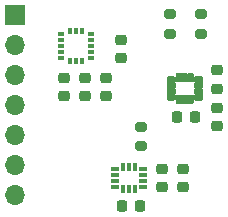
<source format=gbr>
%TF.GenerationSoftware,KiCad,Pcbnew,(6.0.6-0)*%
%TF.CreationDate,2022-08-17T23:57:47-07:00*%
%TF.ProjectId,invensense_icm,696e7665-6e73-4656-9e73-655f69636d2e,rev?*%
%TF.SameCoordinates,Original*%
%TF.FileFunction,Soldermask,Top*%
%TF.FilePolarity,Negative*%
%FSLAX46Y46*%
G04 Gerber Fmt 4.6, Leading zero omitted, Abs format (unit mm)*
G04 Created by KiCad (PCBNEW (6.0.6-0)) date 2022-08-17 23:57:47*
%MOMM*%
%LPD*%
G01*
G04 APERTURE LIST*
G04 Aperture macros list*
%AMRoundRect*
0 Rectangle with rounded corners*
0 $1 Rounding radius*
0 $2 $3 $4 $5 $6 $7 $8 $9 X,Y pos of 4 corners*
0 Add a 4 corners polygon primitive as box body*
4,1,4,$2,$3,$4,$5,$6,$7,$8,$9,$2,$3,0*
0 Add four circle primitives for the rounded corners*
1,1,$1+$1,$2,$3*
1,1,$1+$1,$4,$5*
1,1,$1+$1,$6,$7*
1,1,$1+$1,$8,$9*
0 Add four rect primitives between the rounded corners*
20,1,$1+$1,$2,$3,$4,$5,0*
20,1,$1+$1,$4,$5,$6,$7,0*
20,1,$1+$1,$6,$7,$8,$9,0*
20,1,$1+$1,$8,$9,$2,$3,0*%
G04 Aperture macros list end*
%ADD10C,0.010000*%
%ADD11RoundRect,0.225000X0.250000X-0.225000X0.250000X0.225000X-0.250000X0.225000X-0.250000X-0.225000X0*%
%ADD12RoundRect,0.225000X0.225000X0.250000X-0.225000X0.250000X-0.225000X-0.250000X0.225000X-0.250000X0*%
%ADD13RoundRect,0.200000X0.275000X-0.200000X0.275000X0.200000X-0.275000X0.200000X-0.275000X-0.200000X0*%
%ADD14RoundRect,0.225000X-0.225000X-0.250000X0.225000X-0.250000X0.225000X0.250000X-0.225000X0.250000X0*%
%ADD15RoundRect,0.225000X-0.250000X0.225000X-0.250000X-0.225000X0.250000X-0.225000X0.250000X0.225000X0*%
%ADD16R,1.700000X1.700000*%
%ADD17O,1.700000X1.700000*%
%ADD18R,0.490000X0.350000*%
%ADD19R,0.350000X0.490000*%
%ADD20RoundRect,0.031500X-0.273500X-0.143500X0.273500X-0.143500X0.273500X0.143500X-0.273500X0.143500X0*%
%ADD21RoundRect,0.031500X0.143500X-0.273500X0.143500X0.273500X-0.143500X0.273500X-0.143500X-0.273500X0*%
%ADD22RoundRect,0.031500X0.273500X0.143500X-0.273500X0.143500X-0.273500X-0.143500X0.273500X-0.143500X0*%
%ADD23RoundRect,0.031500X-0.143500X0.273500X-0.143500X-0.273500X0.143500X-0.273500X0.143500X0.273500X0*%
G04 APERTURE END LIST*
%TO.C,U2*%
G36*
X118898400Y-108339600D02*
G01*
X118905400Y-108340600D01*
X118917400Y-108342600D01*
X118924400Y-108344600D01*
X118930400Y-108346600D01*
X118948400Y-108355600D01*
X118953400Y-108358600D01*
X118958400Y-108362600D01*
X118964400Y-108366600D01*
X118969400Y-108370600D01*
X118973400Y-108375600D01*
X118978400Y-108379600D01*
X118982400Y-108384600D01*
X118986400Y-108390600D01*
X118990400Y-108395600D01*
X118993400Y-108401600D01*
X118996400Y-108406600D01*
X119002400Y-108418600D01*
X119004400Y-108424600D01*
X119006400Y-108431600D01*
X119008400Y-108443600D01*
X119009400Y-108450600D01*
X119010400Y-108456600D01*
X119010400Y-108670600D01*
X119009400Y-108676600D01*
X119008400Y-108683600D01*
X119006400Y-108695600D01*
X119004400Y-108702600D01*
X119002400Y-108708600D01*
X118996400Y-108720600D01*
X118993400Y-108725600D01*
X118990400Y-108731600D01*
X118986400Y-108736600D01*
X118982400Y-108742600D01*
X118978400Y-108747600D01*
X118973400Y-108751600D01*
X118969400Y-108756600D01*
X118964400Y-108760600D01*
X118958400Y-108764600D01*
X118953400Y-108768600D01*
X118948400Y-108771600D01*
X118930400Y-108780600D01*
X118924400Y-108782600D01*
X118917400Y-108784600D01*
X118905400Y-108786600D01*
X118898400Y-108787600D01*
X118892400Y-108788600D01*
X118438400Y-108788600D01*
X118432400Y-108787600D01*
X118425400Y-108786600D01*
X118413400Y-108784600D01*
X118406400Y-108782600D01*
X118400400Y-108780600D01*
X118382400Y-108771600D01*
X118377400Y-108768600D01*
X118372400Y-108764600D01*
X118366400Y-108760600D01*
X118361400Y-108756600D01*
X118357400Y-108751600D01*
X118352400Y-108747600D01*
X118348400Y-108742600D01*
X118344400Y-108736600D01*
X118340400Y-108731600D01*
X118337400Y-108725600D01*
X118334400Y-108720600D01*
X118328400Y-108708600D01*
X118326400Y-108702600D01*
X118324400Y-108695600D01*
X118322400Y-108683600D01*
X118321400Y-108676600D01*
X118320400Y-108670600D01*
X118320400Y-108456600D01*
X118321400Y-108450600D01*
X118322400Y-108443600D01*
X118324400Y-108431600D01*
X118326400Y-108424600D01*
X118328400Y-108418600D01*
X118334400Y-108406600D01*
X118337400Y-108401600D01*
X118340400Y-108395600D01*
X118344400Y-108390600D01*
X118348400Y-108384600D01*
X118352400Y-108379600D01*
X118357400Y-108375600D01*
X118361400Y-108370600D01*
X118366400Y-108366600D01*
X118372400Y-108362600D01*
X118377400Y-108358600D01*
X118382400Y-108355600D01*
X118400400Y-108346600D01*
X118406400Y-108344600D01*
X118413400Y-108342600D01*
X118425400Y-108340600D01*
X118432400Y-108339600D01*
X118438400Y-108338600D01*
X118892400Y-108338600D01*
X118898400Y-108339600D01*
G37*
D10*
X118898400Y-108339600D02*
X118905400Y-108340600D01*
X118917400Y-108342600D01*
X118924400Y-108344600D01*
X118930400Y-108346600D01*
X118948400Y-108355600D01*
X118953400Y-108358600D01*
X118958400Y-108362600D01*
X118964400Y-108366600D01*
X118969400Y-108370600D01*
X118973400Y-108375600D01*
X118978400Y-108379600D01*
X118982400Y-108384600D01*
X118986400Y-108390600D01*
X118990400Y-108395600D01*
X118993400Y-108401600D01*
X118996400Y-108406600D01*
X119002400Y-108418600D01*
X119004400Y-108424600D01*
X119006400Y-108431600D01*
X119008400Y-108443600D01*
X119009400Y-108450600D01*
X119010400Y-108456600D01*
X119010400Y-108670600D01*
X119009400Y-108676600D01*
X119008400Y-108683600D01*
X119006400Y-108695600D01*
X119004400Y-108702600D01*
X119002400Y-108708600D01*
X118996400Y-108720600D01*
X118993400Y-108725600D01*
X118990400Y-108731600D01*
X118986400Y-108736600D01*
X118982400Y-108742600D01*
X118978400Y-108747600D01*
X118973400Y-108751600D01*
X118969400Y-108756600D01*
X118964400Y-108760600D01*
X118958400Y-108764600D01*
X118953400Y-108768600D01*
X118948400Y-108771600D01*
X118930400Y-108780600D01*
X118924400Y-108782600D01*
X118917400Y-108784600D01*
X118905400Y-108786600D01*
X118898400Y-108787600D01*
X118892400Y-108788600D01*
X118438400Y-108788600D01*
X118432400Y-108787600D01*
X118425400Y-108786600D01*
X118413400Y-108784600D01*
X118406400Y-108782600D01*
X118400400Y-108780600D01*
X118382400Y-108771600D01*
X118377400Y-108768600D01*
X118372400Y-108764600D01*
X118366400Y-108760600D01*
X118361400Y-108756600D01*
X118357400Y-108751600D01*
X118352400Y-108747600D01*
X118348400Y-108742600D01*
X118344400Y-108736600D01*
X118340400Y-108731600D01*
X118337400Y-108725600D01*
X118334400Y-108720600D01*
X118328400Y-108708600D01*
X118326400Y-108702600D01*
X118324400Y-108695600D01*
X118322400Y-108683600D01*
X118321400Y-108676600D01*
X118320400Y-108670600D01*
X118320400Y-108456600D01*
X118321400Y-108450600D01*
X118322400Y-108443600D01*
X118324400Y-108431600D01*
X118326400Y-108424600D01*
X118328400Y-108418600D01*
X118334400Y-108406600D01*
X118337400Y-108401600D01*
X118340400Y-108395600D01*
X118344400Y-108390600D01*
X118348400Y-108384600D01*
X118352400Y-108379600D01*
X118357400Y-108375600D01*
X118361400Y-108370600D01*
X118366400Y-108366600D01*
X118372400Y-108362600D01*
X118377400Y-108358600D01*
X118382400Y-108355600D01*
X118400400Y-108346600D01*
X118406400Y-108344600D01*
X118413400Y-108342600D01*
X118425400Y-108340600D01*
X118432400Y-108339600D01*
X118438400Y-108338600D01*
X118892400Y-108338600D01*
X118898400Y-108339600D01*
G36*
X118113400Y-109384600D02*
G01*
X118120400Y-109385600D01*
X118132400Y-109387600D01*
X118139400Y-109389600D01*
X118145400Y-109391600D01*
X118157400Y-109397600D01*
X118162400Y-109400600D01*
X118168400Y-109403600D01*
X118173400Y-109407600D01*
X118179400Y-109411600D01*
X118184400Y-109415600D01*
X118188400Y-109420600D01*
X118193400Y-109424600D01*
X118197400Y-109429600D01*
X118201400Y-109435600D01*
X118205400Y-109440600D01*
X118208400Y-109445600D01*
X118217400Y-109463600D01*
X118219400Y-109469600D01*
X118221400Y-109476600D01*
X118223400Y-109488600D01*
X118224400Y-109495600D01*
X118225400Y-109501600D01*
X118225400Y-109955600D01*
X118224400Y-109961600D01*
X118223400Y-109968600D01*
X118221400Y-109980600D01*
X118219400Y-109987600D01*
X118217400Y-109993600D01*
X118208400Y-110011600D01*
X118205400Y-110016600D01*
X118201400Y-110021600D01*
X118197400Y-110027600D01*
X118193400Y-110032600D01*
X118188400Y-110036600D01*
X118184400Y-110041600D01*
X118179400Y-110045600D01*
X118173400Y-110049600D01*
X118168400Y-110053600D01*
X118162400Y-110056600D01*
X118157400Y-110059600D01*
X118145400Y-110065600D01*
X118139400Y-110067600D01*
X118132400Y-110069600D01*
X118120400Y-110071600D01*
X118113400Y-110072600D01*
X118107400Y-110073600D01*
X117893400Y-110073600D01*
X117887400Y-110072600D01*
X117880400Y-110071600D01*
X117868400Y-110069600D01*
X117861400Y-110067600D01*
X117855400Y-110065600D01*
X117837400Y-110056600D01*
X117832400Y-110053600D01*
X117827400Y-110049600D01*
X117821400Y-110045600D01*
X117816400Y-110041600D01*
X117812400Y-110036600D01*
X117807400Y-110032600D01*
X117803400Y-110027600D01*
X117799400Y-110021600D01*
X117795400Y-110016600D01*
X117792400Y-110011600D01*
X117783400Y-109993600D01*
X117781400Y-109987600D01*
X117779400Y-109980600D01*
X117777400Y-109968600D01*
X117776400Y-109961600D01*
X117775400Y-109955600D01*
X117775400Y-109501600D01*
X117776400Y-109495600D01*
X117777400Y-109488600D01*
X117779400Y-109476600D01*
X117781400Y-109469600D01*
X117783400Y-109463600D01*
X117792400Y-109445600D01*
X117795400Y-109440600D01*
X117799400Y-109435600D01*
X117803400Y-109429600D01*
X117807400Y-109424600D01*
X117812400Y-109420600D01*
X117816400Y-109415600D01*
X117821400Y-109411600D01*
X117827400Y-109407600D01*
X117832400Y-109403600D01*
X117838400Y-109400600D01*
X117843400Y-109397600D01*
X117855400Y-109391600D01*
X117861400Y-109389600D01*
X117868400Y-109387600D01*
X117880400Y-109385600D01*
X117887400Y-109384600D01*
X117893400Y-109383600D01*
X118107400Y-109383600D01*
X118113400Y-109384600D01*
G37*
X118113400Y-109384600D02*
X118120400Y-109385600D01*
X118132400Y-109387600D01*
X118139400Y-109389600D01*
X118145400Y-109391600D01*
X118157400Y-109397600D01*
X118162400Y-109400600D01*
X118168400Y-109403600D01*
X118173400Y-109407600D01*
X118179400Y-109411600D01*
X118184400Y-109415600D01*
X118188400Y-109420600D01*
X118193400Y-109424600D01*
X118197400Y-109429600D01*
X118201400Y-109435600D01*
X118205400Y-109440600D01*
X118208400Y-109445600D01*
X118217400Y-109463600D01*
X118219400Y-109469600D01*
X118221400Y-109476600D01*
X118223400Y-109488600D01*
X118224400Y-109495600D01*
X118225400Y-109501600D01*
X118225400Y-109955600D01*
X118224400Y-109961600D01*
X118223400Y-109968600D01*
X118221400Y-109980600D01*
X118219400Y-109987600D01*
X118217400Y-109993600D01*
X118208400Y-110011600D01*
X118205400Y-110016600D01*
X118201400Y-110021600D01*
X118197400Y-110027600D01*
X118193400Y-110032600D01*
X118188400Y-110036600D01*
X118184400Y-110041600D01*
X118179400Y-110045600D01*
X118173400Y-110049600D01*
X118168400Y-110053600D01*
X118162400Y-110056600D01*
X118157400Y-110059600D01*
X118145400Y-110065600D01*
X118139400Y-110067600D01*
X118132400Y-110069600D01*
X118120400Y-110071600D01*
X118113400Y-110072600D01*
X118107400Y-110073600D01*
X117893400Y-110073600D01*
X117887400Y-110072600D01*
X117880400Y-110071600D01*
X117868400Y-110069600D01*
X117861400Y-110067600D01*
X117855400Y-110065600D01*
X117837400Y-110056600D01*
X117832400Y-110053600D01*
X117827400Y-110049600D01*
X117821400Y-110045600D01*
X117816400Y-110041600D01*
X117812400Y-110036600D01*
X117807400Y-110032600D01*
X117803400Y-110027600D01*
X117799400Y-110021600D01*
X117795400Y-110016600D01*
X117792400Y-110011600D01*
X117783400Y-109993600D01*
X117781400Y-109987600D01*
X117779400Y-109980600D01*
X117777400Y-109968600D01*
X117776400Y-109961600D01*
X117775400Y-109955600D01*
X117775400Y-109501600D01*
X117776400Y-109495600D01*
X117777400Y-109488600D01*
X117779400Y-109476600D01*
X117781400Y-109469600D01*
X117783400Y-109463600D01*
X117792400Y-109445600D01*
X117795400Y-109440600D01*
X117799400Y-109435600D01*
X117803400Y-109429600D01*
X117807400Y-109424600D01*
X117812400Y-109420600D01*
X117816400Y-109415600D01*
X117821400Y-109411600D01*
X117827400Y-109407600D01*
X117832400Y-109403600D01*
X117838400Y-109400600D01*
X117843400Y-109397600D01*
X117855400Y-109391600D01*
X117861400Y-109389600D01*
X117868400Y-109387600D01*
X117880400Y-109385600D01*
X117887400Y-109384600D01*
X117893400Y-109383600D01*
X118107400Y-109383600D01*
X118113400Y-109384600D01*
G36*
X117613400Y-109384600D02*
G01*
X117620400Y-109385600D01*
X117632400Y-109387600D01*
X117639400Y-109389600D01*
X117645400Y-109391600D01*
X117663400Y-109400600D01*
X117668400Y-109403600D01*
X117673400Y-109407600D01*
X117679400Y-109411600D01*
X117684400Y-109415600D01*
X117688400Y-109420600D01*
X117693400Y-109424600D01*
X117697400Y-109429600D01*
X117701400Y-109435600D01*
X117705400Y-109440600D01*
X117708400Y-109445600D01*
X117717400Y-109463600D01*
X117719400Y-109469600D01*
X117721400Y-109476600D01*
X117723400Y-109488600D01*
X117724400Y-109495600D01*
X117725400Y-109501600D01*
X117725400Y-109955600D01*
X117724400Y-109961600D01*
X117723400Y-109968600D01*
X117721400Y-109980600D01*
X117719400Y-109987600D01*
X117717400Y-109993600D01*
X117708400Y-110011600D01*
X117705400Y-110016600D01*
X117701400Y-110021600D01*
X117697400Y-110027600D01*
X117693400Y-110032600D01*
X117688400Y-110036600D01*
X117684400Y-110041600D01*
X117679400Y-110045600D01*
X117673400Y-110049600D01*
X117668400Y-110053600D01*
X117663400Y-110056600D01*
X117645400Y-110065600D01*
X117639400Y-110067600D01*
X117632400Y-110069600D01*
X117620400Y-110071600D01*
X117613400Y-110072600D01*
X117607400Y-110073600D01*
X117393400Y-110073600D01*
X117387400Y-110072600D01*
X117380400Y-110071600D01*
X117368400Y-110069600D01*
X117361400Y-110067600D01*
X117355400Y-110065600D01*
X117337400Y-110056600D01*
X117332400Y-110053600D01*
X117327400Y-110049600D01*
X117321400Y-110045600D01*
X117316400Y-110041600D01*
X117312400Y-110036600D01*
X117307400Y-110032600D01*
X117303400Y-110027600D01*
X117299400Y-110021600D01*
X117295400Y-110016600D01*
X117292400Y-110011600D01*
X117283400Y-109993600D01*
X117281400Y-109987600D01*
X117279400Y-109980600D01*
X117277400Y-109968600D01*
X117276400Y-109961600D01*
X117275400Y-109955600D01*
X117275400Y-109501600D01*
X117276400Y-109495600D01*
X117277400Y-109488600D01*
X117279400Y-109476600D01*
X117281400Y-109469600D01*
X117283400Y-109463600D01*
X117292400Y-109445600D01*
X117295400Y-109440600D01*
X117299400Y-109435600D01*
X117303400Y-109429600D01*
X117307400Y-109424600D01*
X117312400Y-109420600D01*
X117316400Y-109415600D01*
X117321400Y-109411600D01*
X117327400Y-109407600D01*
X117332400Y-109403600D01*
X117338400Y-109400600D01*
X117343400Y-109397600D01*
X117355400Y-109391600D01*
X117361400Y-109389600D01*
X117368400Y-109387600D01*
X117380400Y-109385600D01*
X117387400Y-109384600D01*
X117393400Y-109383600D01*
X117607400Y-109383600D01*
X117613400Y-109384600D01*
G37*
X117613400Y-109384600D02*
X117620400Y-109385600D01*
X117632400Y-109387600D01*
X117639400Y-109389600D01*
X117645400Y-109391600D01*
X117663400Y-109400600D01*
X117668400Y-109403600D01*
X117673400Y-109407600D01*
X117679400Y-109411600D01*
X117684400Y-109415600D01*
X117688400Y-109420600D01*
X117693400Y-109424600D01*
X117697400Y-109429600D01*
X117701400Y-109435600D01*
X117705400Y-109440600D01*
X117708400Y-109445600D01*
X117717400Y-109463600D01*
X117719400Y-109469600D01*
X117721400Y-109476600D01*
X117723400Y-109488600D01*
X117724400Y-109495600D01*
X117725400Y-109501600D01*
X117725400Y-109955600D01*
X117724400Y-109961600D01*
X117723400Y-109968600D01*
X117721400Y-109980600D01*
X117719400Y-109987600D01*
X117717400Y-109993600D01*
X117708400Y-110011600D01*
X117705400Y-110016600D01*
X117701400Y-110021600D01*
X117697400Y-110027600D01*
X117693400Y-110032600D01*
X117688400Y-110036600D01*
X117684400Y-110041600D01*
X117679400Y-110045600D01*
X117673400Y-110049600D01*
X117668400Y-110053600D01*
X117663400Y-110056600D01*
X117645400Y-110065600D01*
X117639400Y-110067600D01*
X117632400Y-110069600D01*
X117620400Y-110071600D01*
X117613400Y-110072600D01*
X117607400Y-110073600D01*
X117393400Y-110073600D01*
X117387400Y-110072600D01*
X117380400Y-110071600D01*
X117368400Y-110069600D01*
X117361400Y-110067600D01*
X117355400Y-110065600D01*
X117337400Y-110056600D01*
X117332400Y-110053600D01*
X117327400Y-110049600D01*
X117321400Y-110045600D01*
X117316400Y-110041600D01*
X117312400Y-110036600D01*
X117307400Y-110032600D01*
X117303400Y-110027600D01*
X117299400Y-110021600D01*
X117295400Y-110016600D01*
X117292400Y-110011600D01*
X117283400Y-109993600D01*
X117281400Y-109987600D01*
X117279400Y-109980600D01*
X117277400Y-109968600D01*
X117276400Y-109961600D01*
X117275400Y-109955600D01*
X117275400Y-109501600D01*
X117276400Y-109495600D01*
X117277400Y-109488600D01*
X117279400Y-109476600D01*
X117281400Y-109469600D01*
X117283400Y-109463600D01*
X117292400Y-109445600D01*
X117295400Y-109440600D01*
X117299400Y-109435600D01*
X117303400Y-109429600D01*
X117307400Y-109424600D01*
X117312400Y-109420600D01*
X117316400Y-109415600D01*
X117321400Y-109411600D01*
X117327400Y-109407600D01*
X117332400Y-109403600D01*
X117338400Y-109400600D01*
X117343400Y-109397600D01*
X117355400Y-109391600D01*
X117361400Y-109389600D01*
X117368400Y-109387600D01*
X117380400Y-109385600D01*
X117387400Y-109384600D01*
X117393400Y-109383600D01*
X117607400Y-109383600D01*
X117613400Y-109384600D01*
G36*
X118898400Y-109339600D02*
G01*
X118905400Y-109340600D01*
X118917400Y-109342600D01*
X118924400Y-109344600D01*
X118930400Y-109346600D01*
X118948400Y-109355600D01*
X118953400Y-109358600D01*
X118958400Y-109362600D01*
X118964400Y-109366600D01*
X118969400Y-109370600D01*
X118973400Y-109375600D01*
X118978400Y-109379600D01*
X118982400Y-109384600D01*
X118986400Y-109390600D01*
X118990400Y-109395600D01*
X118993400Y-109401600D01*
X118996400Y-109406600D01*
X119002400Y-109418600D01*
X119004400Y-109424600D01*
X119006400Y-109431600D01*
X119008400Y-109443600D01*
X119009400Y-109450600D01*
X119010400Y-109456600D01*
X119010400Y-109670600D01*
X119009400Y-109676600D01*
X119008400Y-109683600D01*
X119006400Y-109695600D01*
X119004400Y-109702600D01*
X119002400Y-109708600D01*
X118996400Y-109720600D01*
X118993400Y-109725600D01*
X118990400Y-109731600D01*
X118986400Y-109736600D01*
X118982400Y-109742600D01*
X118978400Y-109747600D01*
X118973400Y-109751600D01*
X118969400Y-109756600D01*
X118964400Y-109760600D01*
X118958400Y-109764600D01*
X118953400Y-109768600D01*
X118948400Y-109771600D01*
X118930400Y-109780600D01*
X118924400Y-109782600D01*
X118917400Y-109784600D01*
X118905400Y-109786600D01*
X118898400Y-109787600D01*
X118892400Y-109788600D01*
X118438400Y-109788600D01*
X118432400Y-109787600D01*
X118425400Y-109786600D01*
X118413400Y-109784600D01*
X118406400Y-109782600D01*
X118400400Y-109780600D01*
X118382400Y-109771600D01*
X118377400Y-109768600D01*
X118372400Y-109764600D01*
X118366400Y-109760600D01*
X118361400Y-109756600D01*
X118357400Y-109751600D01*
X118352400Y-109747600D01*
X118348400Y-109742600D01*
X118344400Y-109736600D01*
X118340400Y-109731600D01*
X118337400Y-109725600D01*
X118334400Y-109720600D01*
X118328400Y-109708600D01*
X118326400Y-109702600D01*
X118324400Y-109695600D01*
X118322400Y-109683600D01*
X118321400Y-109676600D01*
X118320400Y-109670600D01*
X118320400Y-109456600D01*
X118321400Y-109450600D01*
X118322400Y-109443600D01*
X118324400Y-109431600D01*
X118326400Y-109424600D01*
X118328400Y-109418600D01*
X118334400Y-109406600D01*
X118337400Y-109401600D01*
X118340400Y-109395600D01*
X118344400Y-109390600D01*
X118348400Y-109384600D01*
X118352400Y-109379600D01*
X118357400Y-109375600D01*
X118361400Y-109370600D01*
X118366400Y-109366600D01*
X118372400Y-109362600D01*
X118377400Y-109358600D01*
X118382400Y-109355600D01*
X118400400Y-109346600D01*
X118406400Y-109344600D01*
X118413400Y-109342600D01*
X118425400Y-109340600D01*
X118432400Y-109339600D01*
X118438400Y-109338600D01*
X118892400Y-109338600D01*
X118898400Y-109339600D01*
G37*
X118898400Y-109339600D02*
X118905400Y-109340600D01*
X118917400Y-109342600D01*
X118924400Y-109344600D01*
X118930400Y-109346600D01*
X118948400Y-109355600D01*
X118953400Y-109358600D01*
X118958400Y-109362600D01*
X118964400Y-109366600D01*
X118969400Y-109370600D01*
X118973400Y-109375600D01*
X118978400Y-109379600D01*
X118982400Y-109384600D01*
X118986400Y-109390600D01*
X118990400Y-109395600D01*
X118993400Y-109401600D01*
X118996400Y-109406600D01*
X119002400Y-109418600D01*
X119004400Y-109424600D01*
X119006400Y-109431600D01*
X119008400Y-109443600D01*
X119009400Y-109450600D01*
X119010400Y-109456600D01*
X119010400Y-109670600D01*
X119009400Y-109676600D01*
X119008400Y-109683600D01*
X119006400Y-109695600D01*
X119004400Y-109702600D01*
X119002400Y-109708600D01*
X118996400Y-109720600D01*
X118993400Y-109725600D01*
X118990400Y-109731600D01*
X118986400Y-109736600D01*
X118982400Y-109742600D01*
X118978400Y-109747600D01*
X118973400Y-109751600D01*
X118969400Y-109756600D01*
X118964400Y-109760600D01*
X118958400Y-109764600D01*
X118953400Y-109768600D01*
X118948400Y-109771600D01*
X118930400Y-109780600D01*
X118924400Y-109782600D01*
X118917400Y-109784600D01*
X118905400Y-109786600D01*
X118898400Y-109787600D01*
X118892400Y-109788600D01*
X118438400Y-109788600D01*
X118432400Y-109787600D01*
X118425400Y-109786600D01*
X118413400Y-109784600D01*
X118406400Y-109782600D01*
X118400400Y-109780600D01*
X118382400Y-109771600D01*
X118377400Y-109768600D01*
X118372400Y-109764600D01*
X118366400Y-109760600D01*
X118361400Y-109756600D01*
X118357400Y-109751600D01*
X118352400Y-109747600D01*
X118348400Y-109742600D01*
X118344400Y-109736600D01*
X118340400Y-109731600D01*
X118337400Y-109725600D01*
X118334400Y-109720600D01*
X118328400Y-109708600D01*
X118326400Y-109702600D01*
X118324400Y-109695600D01*
X118322400Y-109683600D01*
X118321400Y-109676600D01*
X118320400Y-109670600D01*
X118320400Y-109456600D01*
X118321400Y-109450600D01*
X118322400Y-109443600D01*
X118324400Y-109431600D01*
X118326400Y-109424600D01*
X118328400Y-109418600D01*
X118334400Y-109406600D01*
X118337400Y-109401600D01*
X118340400Y-109395600D01*
X118344400Y-109390600D01*
X118348400Y-109384600D01*
X118352400Y-109379600D01*
X118357400Y-109375600D01*
X118361400Y-109370600D01*
X118366400Y-109366600D01*
X118372400Y-109362600D01*
X118377400Y-109358600D01*
X118382400Y-109355600D01*
X118400400Y-109346600D01*
X118406400Y-109344600D01*
X118413400Y-109342600D01*
X118425400Y-109340600D01*
X118432400Y-109339600D01*
X118438400Y-109338600D01*
X118892400Y-109338600D01*
X118898400Y-109339600D01*
G36*
X118898400Y-108839600D02*
G01*
X118905400Y-108840600D01*
X118917400Y-108842600D01*
X118924400Y-108844600D01*
X118930400Y-108846600D01*
X118948400Y-108855600D01*
X118953400Y-108858600D01*
X118958400Y-108862600D01*
X118964400Y-108866600D01*
X118969400Y-108870600D01*
X118973400Y-108875600D01*
X118978400Y-108879600D01*
X118982400Y-108884600D01*
X118986400Y-108890600D01*
X118990400Y-108895600D01*
X118993400Y-108901600D01*
X118996400Y-108906600D01*
X119002400Y-108918600D01*
X119004400Y-108924600D01*
X119006400Y-108931600D01*
X119008400Y-108943600D01*
X119009400Y-108950600D01*
X119010400Y-108956600D01*
X119010400Y-109170600D01*
X119009400Y-109176600D01*
X119008400Y-109183600D01*
X119006400Y-109195600D01*
X119004400Y-109202600D01*
X119002400Y-109208600D01*
X118996400Y-109220600D01*
X118993400Y-109225600D01*
X118990400Y-109231600D01*
X118986400Y-109236600D01*
X118982400Y-109242600D01*
X118978400Y-109247600D01*
X118973400Y-109251600D01*
X118969400Y-109256600D01*
X118964400Y-109260600D01*
X118958400Y-109264600D01*
X118953400Y-109268600D01*
X118948400Y-109271600D01*
X118930400Y-109280600D01*
X118924400Y-109282600D01*
X118917400Y-109284600D01*
X118905400Y-109286600D01*
X118898400Y-109287600D01*
X118892400Y-109288600D01*
X118438400Y-109288600D01*
X118432400Y-109287600D01*
X118425400Y-109286600D01*
X118413400Y-109284600D01*
X118406400Y-109282600D01*
X118400400Y-109280600D01*
X118382400Y-109271600D01*
X118377400Y-109268600D01*
X118372400Y-109264600D01*
X118366400Y-109260600D01*
X118361400Y-109256600D01*
X118357400Y-109251600D01*
X118352400Y-109247600D01*
X118348400Y-109242600D01*
X118344400Y-109236600D01*
X118340400Y-109231600D01*
X118337400Y-109225600D01*
X118334400Y-109220600D01*
X118328400Y-109208600D01*
X118326400Y-109202600D01*
X118324400Y-109195600D01*
X118322400Y-109183600D01*
X118321400Y-109176600D01*
X118320400Y-109170600D01*
X118320400Y-108956600D01*
X118321400Y-108950600D01*
X118322400Y-108943600D01*
X118324400Y-108931600D01*
X118326400Y-108924600D01*
X118328400Y-108918600D01*
X118334400Y-108906600D01*
X118337400Y-108901600D01*
X118340400Y-108895600D01*
X118344400Y-108890600D01*
X118348400Y-108884600D01*
X118352400Y-108879600D01*
X118357400Y-108875600D01*
X118361400Y-108870600D01*
X118366400Y-108866600D01*
X118372400Y-108862600D01*
X118377400Y-108858600D01*
X118382400Y-108855600D01*
X118400400Y-108846600D01*
X118406400Y-108844600D01*
X118413400Y-108842600D01*
X118425400Y-108840600D01*
X118432400Y-108839600D01*
X118438400Y-108838600D01*
X118892400Y-108838600D01*
X118898400Y-108839600D01*
G37*
X118898400Y-108839600D02*
X118905400Y-108840600D01*
X118917400Y-108842600D01*
X118924400Y-108844600D01*
X118930400Y-108846600D01*
X118948400Y-108855600D01*
X118953400Y-108858600D01*
X118958400Y-108862600D01*
X118964400Y-108866600D01*
X118969400Y-108870600D01*
X118973400Y-108875600D01*
X118978400Y-108879600D01*
X118982400Y-108884600D01*
X118986400Y-108890600D01*
X118990400Y-108895600D01*
X118993400Y-108901600D01*
X118996400Y-108906600D01*
X119002400Y-108918600D01*
X119004400Y-108924600D01*
X119006400Y-108931600D01*
X119008400Y-108943600D01*
X119009400Y-108950600D01*
X119010400Y-108956600D01*
X119010400Y-109170600D01*
X119009400Y-109176600D01*
X119008400Y-109183600D01*
X119006400Y-109195600D01*
X119004400Y-109202600D01*
X119002400Y-109208600D01*
X118996400Y-109220600D01*
X118993400Y-109225600D01*
X118990400Y-109231600D01*
X118986400Y-109236600D01*
X118982400Y-109242600D01*
X118978400Y-109247600D01*
X118973400Y-109251600D01*
X118969400Y-109256600D01*
X118964400Y-109260600D01*
X118958400Y-109264600D01*
X118953400Y-109268600D01*
X118948400Y-109271600D01*
X118930400Y-109280600D01*
X118924400Y-109282600D01*
X118917400Y-109284600D01*
X118905400Y-109286600D01*
X118898400Y-109287600D01*
X118892400Y-109288600D01*
X118438400Y-109288600D01*
X118432400Y-109287600D01*
X118425400Y-109286600D01*
X118413400Y-109284600D01*
X118406400Y-109282600D01*
X118400400Y-109280600D01*
X118382400Y-109271600D01*
X118377400Y-109268600D01*
X118372400Y-109264600D01*
X118366400Y-109260600D01*
X118361400Y-109256600D01*
X118357400Y-109251600D01*
X118352400Y-109247600D01*
X118348400Y-109242600D01*
X118344400Y-109236600D01*
X118340400Y-109231600D01*
X118337400Y-109225600D01*
X118334400Y-109220600D01*
X118328400Y-109208600D01*
X118326400Y-109202600D01*
X118324400Y-109195600D01*
X118322400Y-109183600D01*
X118321400Y-109176600D01*
X118320400Y-109170600D01*
X118320400Y-108956600D01*
X118321400Y-108950600D01*
X118322400Y-108943600D01*
X118324400Y-108931600D01*
X118326400Y-108924600D01*
X118328400Y-108918600D01*
X118334400Y-108906600D01*
X118337400Y-108901600D01*
X118340400Y-108895600D01*
X118344400Y-108890600D01*
X118348400Y-108884600D01*
X118352400Y-108879600D01*
X118357400Y-108875600D01*
X118361400Y-108870600D01*
X118366400Y-108866600D01*
X118372400Y-108862600D01*
X118377400Y-108858600D01*
X118382400Y-108855600D01*
X118400400Y-108846600D01*
X118406400Y-108844600D01*
X118413400Y-108842600D01*
X118425400Y-108840600D01*
X118432400Y-108839600D01*
X118438400Y-108838600D01*
X118892400Y-108838600D01*
X118898400Y-108839600D01*
G36*
X117113400Y-109384600D02*
G01*
X117120400Y-109385600D01*
X117132400Y-109387600D01*
X117139400Y-109389600D01*
X117145400Y-109391600D01*
X117157400Y-109397600D01*
X117162400Y-109400600D01*
X117168400Y-109403600D01*
X117173400Y-109407600D01*
X117179400Y-109411600D01*
X117184400Y-109415600D01*
X117188400Y-109420600D01*
X117193400Y-109424600D01*
X117197400Y-109429600D01*
X117201400Y-109435600D01*
X117205400Y-109440600D01*
X117208400Y-109445600D01*
X117217400Y-109463600D01*
X117219400Y-109469600D01*
X117221400Y-109476600D01*
X117223400Y-109488600D01*
X117224400Y-109495600D01*
X117225400Y-109501600D01*
X117225400Y-109955600D01*
X117224400Y-109961600D01*
X117223400Y-109968600D01*
X117221400Y-109980600D01*
X117219400Y-109987600D01*
X117217400Y-109993600D01*
X117208400Y-110011600D01*
X117205400Y-110016600D01*
X117201400Y-110021600D01*
X117197400Y-110027600D01*
X117193400Y-110032600D01*
X117188400Y-110036600D01*
X117184400Y-110041600D01*
X117179400Y-110045600D01*
X117173400Y-110049600D01*
X117168400Y-110053600D01*
X117162400Y-110056600D01*
X117157400Y-110059600D01*
X117145400Y-110065600D01*
X117139400Y-110067600D01*
X117132400Y-110069600D01*
X117120400Y-110071600D01*
X117113400Y-110072600D01*
X117107400Y-110073600D01*
X116893400Y-110073600D01*
X116887400Y-110072600D01*
X116880400Y-110071600D01*
X116868400Y-110069600D01*
X116861400Y-110067600D01*
X116855400Y-110065600D01*
X116837400Y-110056600D01*
X116832400Y-110053600D01*
X116827400Y-110049600D01*
X116821400Y-110045600D01*
X116816400Y-110041600D01*
X116812400Y-110036600D01*
X116807400Y-110032600D01*
X116803400Y-110027600D01*
X116799400Y-110021600D01*
X116795400Y-110016600D01*
X116792400Y-110011600D01*
X116783400Y-109993600D01*
X116781400Y-109987600D01*
X116779400Y-109980600D01*
X116777400Y-109968600D01*
X116776400Y-109961600D01*
X116775400Y-109955600D01*
X116775400Y-109501600D01*
X116776400Y-109495600D01*
X116777400Y-109488600D01*
X116779400Y-109476600D01*
X116781400Y-109469600D01*
X116783400Y-109463600D01*
X116792400Y-109445600D01*
X116795400Y-109440600D01*
X116799400Y-109435600D01*
X116803400Y-109429600D01*
X116807400Y-109424600D01*
X116812400Y-109420600D01*
X116816400Y-109415600D01*
X116821400Y-109411600D01*
X116827400Y-109407600D01*
X116832400Y-109403600D01*
X116838400Y-109400600D01*
X116843400Y-109397600D01*
X116855400Y-109391600D01*
X116861400Y-109389600D01*
X116868400Y-109387600D01*
X116880400Y-109385600D01*
X116887400Y-109384600D01*
X116893400Y-109383600D01*
X117107400Y-109383600D01*
X117113400Y-109384600D01*
G37*
X117113400Y-109384600D02*
X117120400Y-109385600D01*
X117132400Y-109387600D01*
X117139400Y-109389600D01*
X117145400Y-109391600D01*
X117157400Y-109397600D01*
X117162400Y-109400600D01*
X117168400Y-109403600D01*
X117173400Y-109407600D01*
X117179400Y-109411600D01*
X117184400Y-109415600D01*
X117188400Y-109420600D01*
X117193400Y-109424600D01*
X117197400Y-109429600D01*
X117201400Y-109435600D01*
X117205400Y-109440600D01*
X117208400Y-109445600D01*
X117217400Y-109463600D01*
X117219400Y-109469600D01*
X117221400Y-109476600D01*
X117223400Y-109488600D01*
X117224400Y-109495600D01*
X117225400Y-109501600D01*
X117225400Y-109955600D01*
X117224400Y-109961600D01*
X117223400Y-109968600D01*
X117221400Y-109980600D01*
X117219400Y-109987600D01*
X117217400Y-109993600D01*
X117208400Y-110011600D01*
X117205400Y-110016600D01*
X117201400Y-110021600D01*
X117197400Y-110027600D01*
X117193400Y-110032600D01*
X117188400Y-110036600D01*
X117184400Y-110041600D01*
X117179400Y-110045600D01*
X117173400Y-110049600D01*
X117168400Y-110053600D01*
X117162400Y-110056600D01*
X117157400Y-110059600D01*
X117145400Y-110065600D01*
X117139400Y-110067600D01*
X117132400Y-110069600D01*
X117120400Y-110071600D01*
X117113400Y-110072600D01*
X117107400Y-110073600D01*
X116893400Y-110073600D01*
X116887400Y-110072600D01*
X116880400Y-110071600D01*
X116868400Y-110069600D01*
X116861400Y-110067600D01*
X116855400Y-110065600D01*
X116837400Y-110056600D01*
X116832400Y-110053600D01*
X116827400Y-110049600D01*
X116821400Y-110045600D01*
X116816400Y-110041600D01*
X116812400Y-110036600D01*
X116807400Y-110032600D01*
X116803400Y-110027600D01*
X116799400Y-110021600D01*
X116795400Y-110016600D01*
X116792400Y-110011600D01*
X116783400Y-109993600D01*
X116781400Y-109987600D01*
X116779400Y-109980600D01*
X116777400Y-109968600D01*
X116776400Y-109961600D01*
X116775400Y-109955600D01*
X116775400Y-109501600D01*
X116776400Y-109495600D01*
X116777400Y-109488600D01*
X116779400Y-109476600D01*
X116781400Y-109469600D01*
X116783400Y-109463600D01*
X116792400Y-109445600D01*
X116795400Y-109440600D01*
X116799400Y-109435600D01*
X116803400Y-109429600D01*
X116807400Y-109424600D01*
X116812400Y-109420600D01*
X116816400Y-109415600D01*
X116821400Y-109411600D01*
X116827400Y-109407600D01*
X116832400Y-109403600D01*
X116838400Y-109400600D01*
X116843400Y-109397600D01*
X116855400Y-109391600D01*
X116861400Y-109389600D01*
X116868400Y-109387600D01*
X116880400Y-109385600D01*
X116887400Y-109384600D01*
X116893400Y-109383600D01*
X117107400Y-109383600D01*
X117113400Y-109384600D01*
G36*
X118898400Y-107839600D02*
G01*
X118905400Y-107840600D01*
X118917400Y-107842600D01*
X118924400Y-107844600D01*
X118930400Y-107846600D01*
X118948400Y-107855600D01*
X118953400Y-107858600D01*
X118958400Y-107862600D01*
X118964400Y-107866600D01*
X118969400Y-107870600D01*
X118973400Y-107875600D01*
X118978400Y-107879600D01*
X118982400Y-107884600D01*
X118986400Y-107890600D01*
X118990400Y-107895600D01*
X118993400Y-107901600D01*
X118996400Y-107906600D01*
X119002400Y-107918600D01*
X119004400Y-107924600D01*
X119006400Y-107931600D01*
X119008400Y-107943600D01*
X119009400Y-107950600D01*
X119010400Y-107956600D01*
X119010400Y-108170600D01*
X119009400Y-108176600D01*
X119008400Y-108183600D01*
X119006400Y-108195600D01*
X119004400Y-108202600D01*
X119002400Y-108208600D01*
X118996400Y-108220600D01*
X118993400Y-108225600D01*
X118990400Y-108231600D01*
X118986400Y-108236600D01*
X118982400Y-108242600D01*
X118978400Y-108247600D01*
X118973400Y-108251600D01*
X118969400Y-108256600D01*
X118964400Y-108260600D01*
X118958400Y-108264600D01*
X118953400Y-108268600D01*
X118948400Y-108271600D01*
X118930400Y-108280600D01*
X118924400Y-108282600D01*
X118917400Y-108284600D01*
X118905400Y-108286600D01*
X118898400Y-108287600D01*
X118892400Y-108288600D01*
X118438400Y-108288600D01*
X118432400Y-108287600D01*
X118425400Y-108286600D01*
X118413400Y-108284600D01*
X118406400Y-108282600D01*
X118400400Y-108280600D01*
X118382400Y-108271600D01*
X118377400Y-108268600D01*
X118372400Y-108264600D01*
X118366400Y-108260600D01*
X118361400Y-108256600D01*
X118357400Y-108251600D01*
X118352400Y-108247600D01*
X118348400Y-108242600D01*
X118344400Y-108236600D01*
X118340400Y-108231600D01*
X118337400Y-108225600D01*
X118334400Y-108220600D01*
X118328400Y-108208600D01*
X118326400Y-108202600D01*
X118324400Y-108195600D01*
X118322400Y-108183600D01*
X118321400Y-108176600D01*
X118320400Y-108170600D01*
X118320400Y-107956600D01*
X118321400Y-107950600D01*
X118322400Y-107943600D01*
X118324400Y-107931600D01*
X118326400Y-107924600D01*
X118328400Y-107918600D01*
X118334400Y-107906600D01*
X118337400Y-107901600D01*
X118340400Y-107895600D01*
X118344400Y-107890600D01*
X118348400Y-107884600D01*
X118352400Y-107879600D01*
X118357400Y-107875600D01*
X118361400Y-107870600D01*
X118366400Y-107866600D01*
X118372400Y-107862600D01*
X118377400Y-107858600D01*
X118382400Y-107855600D01*
X118400400Y-107846600D01*
X118406400Y-107844600D01*
X118413400Y-107842600D01*
X118425400Y-107840600D01*
X118432400Y-107839600D01*
X118438400Y-107838600D01*
X118892400Y-107838600D01*
X118898400Y-107839600D01*
G37*
X118898400Y-107839600D02*
X118905400Y-107840600D01*
X118917400Y-107842600D01*
X118924400Y-107844600D01*
X118930400Y-107846600D01*
X118948400Y-107855600D01*
X118953400Y-107858600D01*
X118958400Y-107862600D01*
X118964400Y-107866600D01*
X118969400Y-107870600D01*
X118973400Y-107875600D01*
X118978400Y-107879600D01*
X118982400Y-107884600D01*
X118986400Y-107890600D01*
X118990400Y-107895600D01*
X118993400Y-107901600D01*
X118996400Y-107906600D01*
X119002400Y-107918600D01*
X119004400Y-107924600D01*
X119006400Y-107931600D01*
X119008400Y-107943600D01*
X119009400Y-107950600D01*
X119010400Y-107956600D01*
X119010400Y-108170600D01*
X119009400Y-108176600D01*
X119008400Y-108183600D01*
X119006400Y-108195600D01*
X119004400Y-108202600D01*
X119002400Y-108208600D01*
X118996400Y-108220600D01*
X118993400Y-108225600D01*
X118990400Y-108231600D01*
X118986400Y-108236600D01*
X118982400Y-108242600D01*
X118978400Y-108247600D01*
X118973400Y-108251600D01*
X118969400Y-108256600D01*
X118964400Y-108260600D01*
X118958400Y-108264600D01*
X118953400Y-108268600D01*
X118948400Y-108271600D01*
X118930400Y-108280600D01*
X118924400Y-108282600D01*
X118917400Y-108284600D01*
X118905400Y-108286600D01*
X118898400Y-108287600D01*
X118892400Y-108288600D01*
X118438400Y-108288600D01*
X118432400Y-108287600D01*
X118425400Y-108286600D01*
X118413400Y-108284600D01*
X118406400Y-108282600D01*
X118400400Y-108280600D01*
X118382400Y-108271600D01*
X118377400Y-108268600D01*
X118372400Y-108264600D01*
X118366400Y-108260600D01*
X118361400Y-108256600D01*
X118357400Y-108251600D01*
X118352400Y-108247600D01*
X118348400Y-108242600D01*
X118344400Y-108236600D01*
X118340400Y-108231600D01*
X118337400Y-108225600D01*
X118334400Y-108220600D01*
X118328400Y-108208600D01*
X118326400Y-108202600D01*
X118324400Y-108195600D01*
X118322400Y-108183600D01*
X118321400Y-108176600D01*
X118320400Y-108170600D01*
X118320400Y-107956600D01*
X118321400Y-107950600D01*
X118322400Y-107943600D01*
X118324400Y-107931600D01*
X118326400Y-107924600D01*
X118328400Y-107918600D01*
X118334400Y-107906600D01*
X118337400Y-107901600D01*
X118340400Y-107895600D01*
X118344400Y-107890600D01*
X118348400Y-107884600D01*
X118352400Y-107879600D01*
X118357400Y-107875600D01*
X118361400Y-107870600D01*
X118366400Y-107866600D01*
X118372400Y-107862600D01*
X118377400Y-107858600D01*
X118382400Y-107855600D01*
X118400400Y-107846600D01*
X118406400Y-107844600D01*
X118413400Y-107842600D01*
X118425400Y-107840600D01*
X118432400Y-107839600D01*
X118438400Y-107838600D01*
X118892400Y-107838600D01*
X118898400Y-107839600D01*
G36*
X116568400Y-107839600D02*
G01*
X116575400Y-107840600D01*
X116587400Y-107842600D01*
X116594400Y-107844600D01*
X116600400Y-107846600D01*
X116618400Y-107855600D01*
X116623400Y-107858600D01*
X116628400Y-107862600D01*
X116634400Y-107866600D01*
X116639400Y-107870600D01*
X116643400Y-107875600D01*
X116648400Y-107879600D01*
X116652400Y-107884600D01*
X116656400Y-107890600D01*
X116660400Y-107895600D01*
X116663400Y-107901600D01*
X116666400Y-107906600D01*
X116672400Y-107918600D01*
X116674400Y-107924600D01*
X116676400Y-107931600D01*
X116678400Y-107943600D01*
X116679400Y-107950600D01*
X116680400Y-107956600D01*
X116680400Y-108170600D01*
X116679400Y-108176600D01*
X116678400Y-108183600D01*
X116676400Y-108195600D01*
X116674400Y-108202600D01*
X116672400Y-108208600D01*
X116666400Y-108220600D01*
X116663400Y-108225600D01*
X116660400Y-108231600D01*
X116656400Y-108236600D01*
X116652400Y-108242600D01*
X116648400Y-108247600D01*
X116643400Y-108251600D01*
X116639400Y-108256600D01*
X116634400Y-108260600D01*
X116628400Y-108264600D01*
X116623400Y-108268600D01*
X116618400Y-108271600D01*
X116600400Y-108280600D01*
X116594400Y-108282600D01*
X116587400Y-108284600D01*
X116575400Y-108286600D01*
X116568400Y-108287600D01*
X116562400Y-108288600D01*
X116108400Y-108288600D01*
X116102400Y-108287600D01*
X116095400Y-108286600D01*
X116083400Y-108284600D01*
X116076400Y-108282600D01*
X116070400Y-108280600D01*
X116052400Y-108271600D01*
X116047400Y-108268600D01*
X116042400Y-108264600D01*
X116036400Y-108260600D01*
X116031400Y-108256600D01*
X116027400Y-108251600D01*
X116022400Y-108247600D01*
X116018400Y-108242600D01*
X116014400Y-108236600D01*
X116010400Y-108231600D01*
X116007400Y-108225600D01*
X116004400Y-108220600D01*
X115998400Y-108208600D01*
X115996400Y-108202600D01*
X115994400Y-108195600D01*
X115992400Y-108183600D01*
X115991400Y-108176600D01*
X115990400Y-108170600D01*
X115990400Y-107956600D01*
X115991400Y-107950600D01*
X115992400Y-107943600D01*
X115994400Y-107931600D01*
X115996400Y-107924600D01*
X115998400Y-107918600D01*
X116004400Y-107906600D01*
X116007400Y-107901600D01*
X116010400Y-107895600D01*
X116014400Y-107890600D01*
X116018400Y-107884600D01*
X116022400Y-107879600D01*
X116027400Y-107875600D01*
X116031400Y-107870600D01*
X116036400Y-107866600D01*
X116042400Y-107862600D01*
X116047400Y-107858600D01*
X116052400Y-107855600D01*
X116070400Y-107846600D01*
X116076400Y-107844600D01*
X116083400Y-107842600D01*
X116095400Y-107840600D01*
X116102400Y-107839600D01*
X116108400Y-107838600D01*
X116562400Y-107838600D01*
X116568400Y-107839600D01*
G37*
X116568400Y-107839600D02*
X116575400Y-107840600D01*
X116587400Y-107842600D01*
X116594400Y-107844600D01*
X116600400Y-107846600D01*
X116618400Y-107855600D01*
X116623400Y-107858600D01*
X116628400Y-107862600D01*
X116634400Y-107866600D01*
X116639400Y-107870600D01*
X116643400Y-107875600D01*
X116648400Y-107879600D01*
X116652400Y-107884600D01*
X116656400Y-107890600D01*
X116660400Y-107895600D01*
X116663400Y-107901600D01*
X116666400Y-107906600D01*
X116672400Y-107918600D01*
X116674400Y-107924600D01*
X116676400Y-107931600D01*
X116678400Y-107943600D01*
X116679400Y-107950600D01*
X116680400Y-107956600D01*
X116680400Y-108170600D01*
X116679400Y-108176600D01*
X116678400Y-108183600D01*
X116676400Y-108195600D01*
X116674400Y-108202600D01*
X116672400Y-108208600D01*
X116666400Y-108220600D01*
X116663400Y-108225600D01*
X116660400Y-108231600D01*
X116656400Y-108236600D01*
X116652400Y-108242600D01*
X116648400Y-108247600D01*
X116643400Y-108251600D01*
X116639400Y-108256600D01*
X116634400Y-108260600D01*
X116628400Y-108264600D01*
X116623400Y-108268600D01*
X116618400Y-108271600D01*
X116600400Y-108280600D01*
X116594400Y-108282600D01*
X116587400Y-108284600D01*
X116575400Y-108286600D01*
X116568400Y-108287600D01*
X116562400Y-108288600D01*
X116108400Y-108288600D01*
X116102400Y-108287600D01*
X116095400Y-108286600D01*
X116083400Y-108284600D01*
X116076400Y-108282600D01*
X116070400Y-108280600D01*
X116052400Y-108271600D01*
X116047400Y-108268600D01*
X116042400Y-108264600D01*
X116036400Y-108260600D01*
X116031400Y-108256600D01*
X116027400Y-108251600D01*
X116022400Y-108247600D01*
X116018400Y-108242600D01*
X116014400Y-108236600D01*
X116010400Y-108231600D01*
X116007400Y-108225600D01*
X116004400Y-108220600D01*
X115998400Y-108208600D01*
X115996400Y-108202600D01*
X115994400Y-108195600D01*
X115992400Y-108183600D01*
X115991400Y-108176600D01*
X115990400Y-108170600D01*
X115990400Y-107956600D01*
X115991400Y-107950600D01*
X115992400Y-107943600D01*
X115994400Y-107931600D01*
X115996400Y-107924600D01*
X115998400Y-107918600D01*
X116004400Y-107906600D01*
X116007400Y-107901600D01*
X116010400Y-107895600D01*
X116014400Y-107890600D01*
X116018400Y-107884600D01*
X116022400Y-107879600D01*
X116027400Y-107875600D01*
X116031400Y-107870600D01*
X116036400Y-107866600D01*
X116042400Y-107862600D01*
X116047400Y-107858600D01*
X116052400Y-107855600D01*
X116070400Y-107846600D01*
X116076400Y-107844600D01*
X116083400Y-107842600D01*
X116095400Y-107840600D01*
X116102400Y-107839600D01*
X116108400Y-107838600D01*
X116562400Y-107838600D01*
X116568400Y-107839600D01*
G36*
X116568400Y-108339600D02*
G01*
X116575400Y-108340600D01*
X116587400Y-108342600D01*
X116594400Y-108344600D01*
X116600400Y-108346600D01*
X116618400Y-108355600D01*
X116623400Y-108358600D01*
X116628400Y-108362600D01*
X116634400Y-108366600D01*
X116639400Y-108370600D01*
X116643400Y-108375600D01*
X116648400Y-108379600D01*
X116652400Y-108384600D01*
X116656400Y-108390600D01*
X116660400Y-108395600D01*
X116663400Y-108401600D01*
X116666400Y-108406600D01*
X116672400Y-108418600D01*
X116674400Y-108424600D01*
X116676400Y-108431600D01*
X116678400Y-108443600D01*
X116679400Y-108450600D01*
X116680400Y-108456600D01*
X116680400Y-108670600D01*
X116679400Y-108676600D01*
X116678400Y-108683600D01*
X116676400Y-108695600D01*
X116674400Y-108702600D01*
X116672400Y-108708600D01*
X116666400Y-108720600D01*
X116663400Y-108725600D01*
X116660400Y-108731600D01*
X116656400Y-108736600D01*
X116652400Y-108742600D01*
X116648400Y-108747600D01*
X116643400Y-108751600D01*
X116639400Y-108756600D01*
X116634400Y-108760600D01*
X116628400Y-108764600D01*
X116623400Y-108768600D01*
X116618400Y-108771600D01*
X116600400Y-108780600D01*
X116594400Y-108782600D01*
X116587400Y-108784600D01*
X116575400Y-108786600D01*
X116568400Y-108787600D01*
X116562400Y-108788600D01*
X116108400Y-108788600D01*
X116102400Y-108787600D01*
X116095400Y-108786600D01*
X116083400Y-108784600D01*
X116076400Y-108782600D01*
X116070400Y-108780600D01*
X116052400Y-108771600D01*
X116047400Y-108768600D01*
X116042400Y-108764600D01*
X116036400Y-108760600D01*
X116031400Y-108756600D01*
X116027400Y-108751600D01*
X116022400Y-108747600D01*
X116018400Y-108742600D01*
X116014400Y-108736600D01*
X116010400Y-108731600D01*
X116007400Y-108725600D01*
X116004400Y-108720600D01*
X115998400Y-108708600D01*
X115996400Y-108702600D01*
X115994400Y-108695600D01*
X115992400Y-108683600D01*
X115991400Y-108676600D01*
X115990400Y-108670600D01*
X115990400Y-108456600D01*
X115991400Y-108450600D01*
X115992400Y-108443600D01*
X115994400Y-108431600D01*
X115996400Y-108424600D01*
X115998400Y-108418600D01*
X116004400Y-108406600D01*
X116007400Y-108401600D01*
X116010400Y-108395600D01*
X116014400Y-108390600D01*
X116018400Y-108384600D01*
X116022400Y-108379600D01*
X116027400Y-108375600D01*
X116031400Y-108370600D01*
X116036400Y-108366600D01*
X116042400Y-108362600D01*
X116047400Y-108358600D01*
X116052400Y-108355600D01*
X116070400Y-108346600D01*
X116076400Y-108344600D01*
X116083400Y-108342600D01*
X116095400Y-108340600D01*
X116102400Y-108339600D01*
X116108400Y-108338600D01*
X116562400Y-108338600D01*
X116568400Y-108339600D01*
G37*
X116568400Y-108339600D02*
X116575400Y-108340600D01*
X116587400Y-108342600D01*
X116594400Y-108344600D01*
X116600400Y-108346600D01*
X116618400Y-108355600D01*
X116623400Y-108358600D01*
X116628400Y-108362600D01*
X116634400Y-108366600D01*
X116639400Y-108370600D01*
X116643400Y-108375600D01*
X116648400Y-108379600D01*
X116652400Y-108384600D01*
X116656400Y-108390600D01*
X116660400Y-108395600D01*
X116663400Y-108401600D01*
X116666400Y-108406600D01*
X116672400Y-108418600D01*
X116674400Y-108424600D01*
X116676400Y-108431600D01*
X116678400Y-108443600D01*
X116679400Y-108450600D01*
X116680400Y-108456600D01*
X116680400Y-108670600D01*
X116679400Y-108676600D01*
X116678400Y-108683600D01*
X116676400Y-108695600D01*
X116674400Y-108702600D01*
X116672400Y-108708600D01*
X116666400Y-108720600D01*
X116663400Y-108725600D01*
X116660400Y-108731600D01*
X116656400Y-108736600D01*
X116652400Y-108742600D01*
X116648400Y-108747600D01*
X116643400Y-108751600D01*
X116639400Y-108756600D01*
X116634400Y-108760600D01*
X116628400Y-108764600D01*
X116623400Y-108768600D01*
X116618400Y-108771600D01*
X116600400Y-108780600D01*
X116594400Y-108782600D01*
X116587400Y-108784600D01*
X116575400Y-108786600D01*
X116568400Y-108787600D01*
X116562400Y-108788600D01*
X116108400Y-108788600D01*
X116102400Y-108787600D01*
X116095400Y-108786600D01*
X116083400Y-108784600D01*
X116076400Y-108782600D01*
X116070400Y-108780600D01*
X116052400Y-108771600D01*
X116047400Y-108768600D01*
X116042400Y-108764600D01*
X116036400Y-108760600D01*
X116031400Y-108756600D01*
X116027400Y-108751600D01*
X116022400Y-108747600D01*
X116018400Y-108742600D01*
X116014400Y-108736600D01*
X116010400Y-108731600D01*
X116007400Y-108725600D01*
X116004400Y-108720600D01*
X115998400Y-108708600D01*
X115996400Y-108702600D01*
X115994400Y-108695600D01*
X115992400Y-108683600D01*
X115991400Y-108676600D01*
X115990400Y-108670600D01*
X115990400Y-108456600D01*
X115991400Y-108450600D01*
X115992400Y-108443600D01*
X115994400Y-108431600D01*
X115996400Y-108424600D01*
X115998400Y-108418600D01*
X116004400Y-108406600D01*
X116007400Y-108401600D01*
X116010400Y-108395600D01*
X116014400Y-108390600D01*
X116018400Y-108384600D01*
X116022400Y-108379600D01*
X116027400Y-108375600D01*
X116031400Y-108370600D01*
X116036400Y-108366600D01*
X116042400Y-108362600D01*
X116047400Y-108358600D01*
X116052400Y-108355600D01*
X116070400Y-108346600D01*
X116076400Y-108344600D01*
X116083400Y-108342600D01*
X116095400Y-108340600D01*
X116102400Y-108339600D01*
X116108400Y-108338600D01*
X116562400Y-108338600D01*
X116568400Y-108339600D01*
G36*
X116568400Y-109339600D02*
G01*
X116575400Y-109340600D01*
X116587400Y-109342600D01*
X116594400Y-109344600D01*
X116600400Y-109346600D01*
X116618400Y-109355600D01*
X116623400Y-109358600D01*
X116628400Y-109362600D01*
X116634400Y-109366600D01*
X116639400Y-109370600D01*
X116643400Y-109375600D01*
X116648400Y-109379600D01*
X116652400Y-109384600D01*
X116656400Y-109390600D01*
X116660400Y-109395600D01*
X116663400Y-109401600D01*
X116666400Y-109406600D01*
X116672400Y-109418600D01*
X116674400Y-109424600D01*
X116676400Y-109431600D01*
X116678400Y-109443600D01*
X116679400Y-109450600D01*
X116680400Y-109456600D01*
X116680400Y-109670600D01*
X116679400Y-109676600D01*
X116678400Y-109683600D01*
X116676400Y-109695600D01*
X116674400Y-109702600D01*
X116672400Y-109708600D01*
X116666400Y-109720600D01*
X116663400Y-109725600D01*
X116660400Y-109731600D01*
X116656400Y-109736600D01*
X116652400Y-109742600D01*
X116648400Y-109747600D01*
X116643400Y-109751600D01*
X116639400Y-109756600D01*
X116634400Y-109760600D01*
X116628400Y-109764600D01*
X116623400Y-109768600D01*
X116618400Y-109771600D01*
X116600400Y-109780600D01*
X116594400Y-109782600D01*
X116587400Y-109784600D01*
X116575400Y-109786600D01*
X116568400Y-109787600D01*
X116562400Y-109788600D01*
X116108400Y-109788600D01*
X116102400Y-109787600D01*
X116095400Y-109786600D01*
X116083400Y-109784600D01*
X116076400Y-109782600D01*
X116070400Y-109780600D01*
X116052400Y-109771600D01*
X116047400Y-109768600D01*
X116042400Y-109764600D01*
X116036400Y-109760600D01*
X116031400Y-109756600D01*
X116027400Y-109751600D01*
X116022400Y-109747600D01*
X116018400Y-109742600D01*
X116014400Y-109736600D01*
X116010400Y-109731600D01*
X116007400Y-109725600D01*
X116004400Y-109720600D01*
X115998400Y-109708600D01*
X115996400Y-109702600D01*
X115994400Y-109695600D01*
X115992400Y-109683600D01*
X115991400Y-109676600D01*
X115990400Y-109670600D01*
X115990400Y-109456600D01*
X115991400Y-109450600D01*
X115992400Y-109443600D01*
X115994400Y-109431600D01*
X115996400Y-109424600D01*
X115998400Y-109418600D01*
X116004400Y-109406600D01*
X116007400Y-109401600D01*
X116010400Y-109395600D01*
X116014400Y-109390600D01*
X116018400Y-109384600D01*
X116022400Y-109379600D01*
X116027400Y-109375600D01*
X116031400Y-109370600D01*
X116036400Y-109366600D01*
X116042400Y-109362600D01*
X116047400Y-109358600D01*
X116052400Y-109355600D01*
X116070400Y-109346600D01*
X116076400Y-109344600D01*
X116083400Y-109342600D01*
X116095400Y-109340600D01*
X116102400Y-109339600D01*
X116108400Y-109338600D01*
X116562400Y-109338600D01*
X116568400Y-109339600D01*
G37*
X116568400Y-109339600D02*
X116575400Y-109340600D01*
X116587400Y-109342600D01*
X116594400Y-109344600D01*
X116600400Y-109346600D01*
X116618400Y-109355600D01*
X116623400Y-109358600D01*
X116628400Y-109362600D01*
X116634400Y-109366600D01*
X116639400Y-109370600D01*
X116643400Y-109375600D01*
X116648400Y-109379600D01*
X116652400Y-109384600D01*
X116656400Y-109390600D01*
X116660400Y-109395600D01*
X116663400Y-109401600D01*
X116666400Y-109406600D01*
X116672400Y-109418600D01*
X116674400Y-109424600D01*
X116676400Y-109431600D01*
X116678400Y-109443600D01*
X116679400Y-109450600D01*
X116680400Y-109456600D01*
X116680400Y-109670600D01*
X116679400Y-109676600D01*
X116678400Y-109683600D01*
X116676400Y-109695600D01*
X116674400Y-109702600D01*
X116672400Y-109708600D01*
X116666400Y-109720600D01*
X116663400Y-109725600D01*
X116660400Y-109731600D01*
X116656400Y-109736600D01*
X116652400Y-109742600D01*
X116648400Y-109747600D01*
X116643400Y-109751600D01*
X116639400Y-109756600D01*
X116634400Y-109760600D01*
X116628400Y-109764600D01*
X116623400Y-109768600D01*
X116618400Y-109771600D01*
X116600400Y-109780600D01*
X116594400Y-109782600D01*
X116587400Y-109784600D01*
X116575400Y-109786600D01*
X116568400Y-109787600D01*
X116562400Y-109788600D01*
X116108400Y-109788600D01*
X116102400Y-109787600D01*
X116095400Y-109786600D01*
X116083400Y-109784600D01*
X116076400Y-109782600D01*
X116070400Y-109780600D01*
X116052400Y-109771600D01*
X116047400Y-109768600D01*
X116042400Y-109764600D01*
X116036400Y-109760600D01*
X116031400Y-109756600D01*
X116027400Y-109751600D01*
X116022400Y-109747600D01*
X116018400Y-109742600D01*
X116014400Y-109736600D01*
X116010400Y-109731600D01*
X116007400Y-109725600D01*
X116004400Y-109720600D01*
X115998400Y-109708600D01*
X115996400Y-109702600D01*
X115994400Y-109695600D01*
X115992400Y-109683600D01*
X115991400Y-109676600D01*
X115990400Y-109670600D01*
X115990400Y-109456600D01*
X115991400Y-109450600D01*
X115992400Y-109443600D01*
X115994400Y-109431600D01*
X115996400Y-109424600D01*
X115998400Y-109418600D01*
X116004400Y-109406600D01*
X116007400Y-109401600D01*
X116010400Y-109395600D01*
X116014400Y-109390600D01*
X116018400Y-109384600D01*
X116022400Y-109379600D01*
X116027400Y-109375600D01*
X116031400Y-109370600D01*
X116036400Y-109366600D01*
X116042400Y-109362600D01*
X116047400Y-109358600D01*
X116052400Y-109355600D01*
X116070400Y-109346600D01*
X116076400Y-109344600D01*
X116083400Y-109342600D01*
X116095400Y-109340600D01*
X116102400Y-109339600D01*
X116108400Y-109338600D01*
X116562400Y-109338600D01*
X116568400Y-109339600D01*
G36*
X116568400Y-108839600D02*
G01*
X116575400Y-108840600D01*
X116587400Y-108842600D01*
X116594400Y-108844600D01*
X116600400Y-108846600D01*
X116618400Y-108855600D01*
X116623400Y-108858600D01*
X116628400Y-108862600D01*
X116634400Y-108866600D01*
X116639400Y-108870600D01*
X116643400Y-108875600D01*
X116648400Y-108879600D01*
X116652400Y-108884600D01*
X116656400Y-108890600D01*
X116660400Y-108895600D01*
X116663400Y-108901600D01*
X116666400Y-108906600D01*
X116672400Y-108918600D01*
X116674400Y-108924600D01*
X116676400Y-108931600D01*
X116678400Y-108943600D01*
X116679400Y-108950600D01*
X116680400Y-108956600D01*
X116680400Y-109170600D01*
X116679400Y-109176600D01*
X116678400Y-109183600D01*
X116676400Y-109195600D01*
X116674400Y-109202600D01*
X116672400Y-109208600D01*
X116666400Y-109220600D01*
X116663400Y-109225600D01*
X116660400Y-109231600D01*
X116656400Y-109236600D01*
X116652400Y-109242600D01*
X116648400Y-109247600D01*
X116643400Y-109251600D01*
X116639400Y-109256600D01*
X116634400Y-109260600D01*
X116628400Y-109264600D01*
X116623400Y-109268600D01*
X116618400Y-109271600D01*
X116600400Y-109280600D01*
X116594400Y-109282600D01*
X116587400Y-109284600D01*
X116575400Y-109286600D01*
X116568400Y-109287600D01*
X116562400Y-109288600D01*
X116108400Y-109288600D01*
X116102400Y-109287600D01*
X116095400Y-109286600D01*
X116083400Y-109284600D01*
X116076400Y-109282600D01*
X116070400Y-109280600D01*
X116052400Y-109271600D01*
X116047400Y-109268600D01*
X116042400Y-109264600D01*
X116036400Y-109260600D01*
X116031400Y-109256600D01*
X116027400Y-109251600D01*
X116022400Y-109247600D01*
X116018400Y-109242600D01*
X116014400Y-109236600D01*
X116010400Y-109231600D01*
X116007400Y-109225600D01*
X116004400Y-109220600D01*
X115998400Y-109208600D01*
X115996400Y-109202600D01*
X115994400Y-109195600D01*
X115992400Y-109183600D01*
X115991400Y-109176600D01*
X115990400Y-109170600D01*
X115990400Y-108956600D01*
X115991400Y-108950600D01*
X115992400Y-108943600D01*
X115994400Y-108931600D01*
X115996400Y-108924600D01*
X115998400Y-108918600D01*
X116004400Y-108906600D01*
X116007400Y-108901600D01*
X116010400Y-108895600D01*
X116014400Y-108890600D01*
X116018400Y-108884600D01*
X116022400Y-108879600D01*
X116027400Y-108875600D01*
X116031400Y-108870600D01*
X116036400Y-108866600D01*
X116042400Y-108862600D01*
X116047400Y-108858600D01*
X116052400Y-108855600D01*
X116070400Y-108846600D01*
X116076400Y-108844600D01*
X116083400Y-108842600D01*
X116095400Y-108840600D01*
X116102400Y-108839600D01*
X116108400Y-108838600D01*
X116562400Y-108838600D01*
X116568400Y-108839600D01*
G37*
X116568400Y-108839600D02*
X116575400Y-108840600D01*
X116587400Y-108842600D01*
X116594400Y-108844600D01*
X116600400Y-108846600D01*
X116618400Y-108855600D01*
X116623400Y-108858600D01*
X116628400Y-108862600D01*
X116634400Y-108866600D01*
X116639400Y-108870600D01*
X116643400Y-108875600D01*
X116648400Y-108879600D01*
X116652400Y-108884600D01*
X116656400Y-108890600D01*
X116660400Y-108895600D01*
X116663400Y-108901600D01*
X116666400Y-108906600D01*
X116672400Y-108918600D01*
X116674400Y-108924600D01*
X116676400Y-108931600D01*
X116678400Y-108943600D01*
X116679400Y-108950600D01*
X116680400Y-108956600D01*
X116680400Y-109170600D01*
X116679400Y-109176600D01*
X116678400Y-109183600D01*
X116676400Y-109195600D01*
X116674400Y-109202600D01*
X116672400Y-109208600D01*
X116666400Y-109220600D01*
X116663400Y-109225600D01*
X116660400Y-109231600D01*
X116656400Y-109236600D01*
X116652400Y-109242600D01*
X116648400Y-109247600D01*
X116643400Y-109251600D01*
X116639400Y-109256600D01*
X116634400Y-109260600D01*
X116628400Y-109264600D01*
X116623400Y-109268600D01*
X116618400Y-109271600D01*
X116600400Y-109280600D01*
X116594400Y-109282600D01*
X116587400Y-109284600D01*
X116575400Y-109286600D01*
X116568400Y-109287600D01*
X116562400Y-109288600D01*
X116108400Y-109288600D01*
X116102400Y-109287600D01*
X116095400Y-109286600D01*
X116083400Y-109284600D01*
X116076400Y-109282600D01*
X116070400Y-109280600D01*
X116052400Y-109271600D01*
X116047400Y-109268600D01*
X116042400Y-109264600D01*
X116036400Y-109260600D01*
X116031400Y-109256600D01*
X116027400Y-109251600D01*
X116022400Y-109247600D01*
X116018400Y-109242600D01*
X116014400Y-109236600D01*
X116010400Y-109231600D01*
X116007400Y-109225600D01*
X116004400Y-109220600D01*
X115998400Y-109208600D01*
X115996400Y-109202600D01*
X115994400Y-109195600D01*
X115992400Y-109183600D01*
X115991400Y-109176600D01*
X115990400Y-109170600D01*
X115990400Y-108956600D01*
X115991400Y-108950600D01*
X115992400Y-108943600D01*
X115994400Y-108931600D01*
X115996400Y-108924600D01*
X115998400Y-108918600D01*
X116004400Y-108906600D01*
X116007400Y-108901600D01*
X116010400Y-108895600D01*
X116014400Y-108890600D01*
X116018400Y-108884600D01*
X116022400Y-108879600D01*
X116027400Y-108875600D01*
X116031400Y-108870600D01*
X116036400Y-108866600D01*
X116042400Y-108862600D01*
X116047400Y-108858600D01*
X116052400Y-108855600D01*
X116070400Y-108846600D01*
X116076400Y-108844600D01*
X116083400Y-108842600D01*
X116095400Y-108840600D01*
X116102400Y-108839600D01*
X116108400Y-108838600D01*
X116562400Y-108838600D01*
X116568400Y-108839600D01*
G36*
X117613400Y-107554600D02*
G01*
X117620400Y-107555600D01*
X117632400Y-107557600D01*
X117639400Y-107559600D01*
X117645400Y-107561600D01*
X117663400Y-107570600D01*
X117668400Y-107573600D01*
X117673400Y-107577600D01*
X117679400Y-107581600D01*
X117684400Y-107585600D01*
X117688400Y-107590600D01*
X117693400Y-107594600D01*
X117697400Y-107599600D01*
X117701400Y-107605600D01*
X117705400Y-107610600D01*
X117708400Y-107615600D01*
X117717400Y-107633600D01*
X117719400Y-107639600D01*
X117721400Y-107646600D01*
X117723400Y-107658600D01*
X117724400Y-107665600D01*
X117725400Y-107671600D01*
X117725400Y-108125600D01*
X117724400Y-108131600D01*
X117723400Y-108138600D01*
X117721400Y-108150600D01*
X117719400Y-108157600D01*
X117717400Y-108163600D01*
X117708400Y-108181600D01*
X117705400Y-108186600D01*
X117701400Y-108191600D01*
X117697400Y-108197600D01*
X117693400Y-108202600D01*
X117688400Y-108206600D01*
X117684400Y-108211600D01*
X117679400Y-108215600D01*
X117673400Y-108219600D01*
X117668400Y-108223600D01*
X117663400Y-108226600D01*
X117645400Y-108235600D01*
X117639400Y-108237600D01*
X117632400Y-108239600D01*
X117620400Y-108241600D01*
X117613400Y-108242600D01*
X117607400Y-108243600D01*
X117393400Y-108243600D01*
X117387400Y-108242600D01*
X117380400Y-108241600D01*
X117368400Y-108239600D01*
X117361400Y-108237600D01*
X117355400Y-108235600D01*
X117337400Y-108226600D01*
X117332400Y-108223600D01*
X117327400Y-108219600D01*
X117321400Y-108215600D01*
X117316400Y-108211600D01*
X117312400Y-108206600D01*
X117307400Y-108202600D01*
X117303400Y-108197600D01*
X117299400Y-108191600D01*
X117295400Y-108186600D01*
X117292400Y-108181600D01*
X117283400Y-108163600D01*
X117281400Y-108157600D01*
X117279400Y-108150600D01*
X117277400Y-108138600D01*
X117276400Y-108131600D01*
X117275400Y-108125600D01*
X117275400Y-107671600D01*
X117276400Y-107665600D01*
X117277400Y-107658600D01*
X117279400Y-107646600D01*
X117281400Y-107639600D01*
X117283400Y-107633600D01*
X117292400Y-107615600D01*
X117295400Y-107610600D01*
X117299400Y-107605600D01*
X117303400Y-107599600D01*
X117307400Y-107594600D01*
X117312400Y-107590600D01*
X117316400Y-107585600D01*
X117321400Y-107581600D01*
X117327400Y-107577600D01*
X117332400Y-107573600D01*
X117338400Y-107570600D01*
X117343400Y-107567600D01*
X117355400Y-107561600D01*
X117361400Y-107559600D01*
X117368400Y-107557600D01*
X117380400Y-107555600D01*
X117387400Y-107554600D01*
X117393400Y-107553600D01*
X117607400Y-107553600D01*
X117613400Y-107554600D01*
G37*
X117613400Y-107554600D02*
X117620400Y-107555600D01*
X117632400Y-107557600D01*
X117639400Y-107559600D01*
X117645400Y-107561600D01*
X117663400Y-107570600D01*
X117668400Y-107573600D01*
X117673400Y-107577600D01*
X117679400Y-107581600D01*
X117684400Y-107585600D01*
X117688400Y-107590600D01*
X117693400Y-107594600D01*
X117697400Y-107599600D01*
X117701400Y-107605600D01*
X117705400Y-107610600D01*
X117708400Y-107615600D01*
X117717400Y-107633600D01*
X117719400Y-107639600D01*
X117721400Y-107646600D01*
X117723400Y-107658600D01*
X117724400Y-107665600D01*
X117725400Y-107671600D01*
X117725400Y-108125600D01*
X117724400Y-108131600D01*
X117723400Y-108138600D01*
X117721400Y-108150600D01*
X117719400Y-108157600D01*
X117717400Y-108163600D01*
X117708400Y-108181600D01*
X117705400Y-108186600D01*
X117701400Y-108191600D01*
X117697400Y-108197600D01*
X117693400Y-108202600D01*
X117688400Y-108206600D01*
X117684400Y-108211600D01*
X117679400Y-108215600D01*
X117673400Y-108219600D01*
X117668400Y-108223600D01*
X117663400Y-108226600D01*
X117645400Y-108235600D01*
X117639400Y-108237600D01*
X117632400Y-108239600D01*
X117620400Y-108241600D01*
X117613400Y-108242600D01*
X117607400Y-108243600D01*
X117393400Y-108243600D01*
X117387400Y-108242600D01*
X117380400Y-108241600D01*
X117368400Y-108239600D01*
X117361400Y-108237600D01*
X117355400Y-108235600D01*
X117337400Y-108226600D01*
X117332400Y-108223600D01*
X117327400Y-108219600D01*
X117321400Y-108215600D01*
X117316400Y-108211600D01*
X117312400Y-108206600D01*
X117307400Y-108202600D01*
X117303400Y-108197600D01*
X117299400Y-108191600D01*
X117295400Y-108186600D01*
X117292400Y-108181600D01*
X117283400Y-108163600D01*
X117281400Y-108157600D01*
X117279400Y-108150600D01*
X117277400Y-108138600D01*
X117276400Y-108131600D01*
X117275400Y-108125600D01*
X117275400Y-107671600D01*
X117276400Y-107665600D01*
X117277400Y-107658600D01*
X117279400Y-107646600D01*
X117281400Y-107639600D01*
X117283400Y-107633600D01*
X117292400Y-107615600D01*
X117295400Y-107610600D01*
X117299400Y-107605600D01*
X117303400Y-107599600D01*
X117307400Y-107594600D01*
X117312400Y-107590600D01*
X117316400Y-107585600D01*
X117321400Y-107581600D01*
X117327400Y-107577600D01*
X117332400Y-107573600D01*
X117338400Y-107570600D01*
X117343400Y-107567600D01*
X117355400Y-107561600D01*
X117361400Y-107559600D01*
X117368400Y-107557600D01*
X117380400Y-107555600D01*
X117387400Y-107554600D01*
X117393400Y-107553600D01*
X117607400Y-107553600D01*
X117613400Y-107554600D01*
G36*
X117113400Y-107554600D02*
G01*
X117120400Y-107555600D01*
X117132400Y-107557600D01*
X117139400Y-107559600D01*
X117145400Y-107561600D01*
X117157400Y-107567600D01*
X117162400Y-107570600D01*
X117168400Y-107573600D01*
X117173400Y-107577600D01*
X117179400Y-107581600D01*
X117184400Y-107585600D01*
X117188400Y-107590600D01*
X117193400Y-107594600D01*
X117197400Y-107599600D01*
X117201400Y-107605600D01*
X117205400Y-107610600D01*
X117208400Y-107615600D01*
X117217400Y-107633600D01*
X117219400Y-107639600D01*
X117221400Y-107646600D01*
X117223400Y-107658600D01*
X117224400Y-107665600D01*
X117225400Y-107671600D01*
X117225400Y-108125600D01*
X117224400Y-108131600D01*
X117223400Y-108138600D01*
X117221400Y-108150600D01*
X117219400Y-108157600D01*
X117217400Y-108163600D01*
X117208400Y-108181600D01*
X117205400Y-108186600D01*
X117201400Y-108191600D01*
X117197400Y-108197600D01*
X117193400Y-108202600D01*
X117188400Y-108206600D01*
X117184400Y-108211600D01*
X117179400Y-108215600D01*
X117173400Y-108219600D01*
X117168400Y-108223600D01*
X117162400Y-108226600D01*
X117157400Y-108229600D01*
X117145400Y-108235600D01*
X117139400Y-108237600D01*
X117132400Y-108239600D01*
X117120400Y-108241600D01*
X117113400Y-108242600D01*
X117107400Y-108243600D01*
X116893400Y-108243600D01*
X116887400Y-108242600D01*
X116880400Y-108241600D01*
X116868400Y-108239600D01*
X116861400Y-108237600D01*
X116855400Y-108235600D01*
X116837400Y-108226600D01*
X116832400Y-108223600D01*
X116827400Y-108219600D01*
X116821400Y-108215600D01*
X116816400Y-108211600D01*
X116812400Y-108206600D01*
X116807400Y-108202600D01*
X116803400Y-108197600D01*
X116799400Y-108191600D01*
X116795400Y-108186600D01*
X116792400Y-108181600D01*
X116783400Y-108163600D01*
X116781400Y-108157600D01*
X116779400Y-108150600D01*
X116777400Y-108138600D01*
X116776400Y-108131600D01*
X116775400Y-108125600D01*
X116775400Y-107671600D01*
X116776400Y-107665600D01*
X116777400Y-107658600D01*
X116779400Y-107646600D01*
X116781400Y-107639600D01*
X116783400Y-107633600D01*
X116792400Y-107615600D01*
X116795400Y-107610600D01*
X116799400Y-107605600D01*
X116803400Y-107599600D01*
X116807400Y-107594600D01*
X116812400Y-107590600D01*
X116816400Y-107585600D01*
X116821400Y-107581600D01*
X116827400Y-107577600D01*
X116832400Y-107573600D01*
X116838400Y-107570600D01*
X116843400Y-107567600D01*
X116855400Y-107561600D01*
X116861400Y-107559600D01*
X116868400Y-107557600D01*
X116880400Y-107555600D01*
X116887400Y-107554600D01*
X116893400Y-107553600D01*
X117107400Y-107553600D01*
X117113400Y-107554600D01*
G37*
X117113400Y-107554600D02*
X117120400Y-107555600D01*
X117132400Y-107557600D01*
X117139400Y-107559600D01*
X117145400Y-107561600D01*
X117157400Y-107567600D01*
X117162400Y-107570600D01*
X117168400Y-107573600D01*
X117173400Y-107577600D01*
X117179400Y-107581600D01*
X117184400Y-107585600D01*
X117188400Y-107590600D01*
X117193400Y-107594600D01*
X117197400Y-107599600D01*
X117201400Y-107605600D01*
X117205400Y-107610600D01*
X117208400Y-107615600D01*
X117217400Y-107633600D01*
X117219400Y-107639600D01*
X117221400Y-107646600D01*
X117223400Y-107658600D01*
X117224400Y-107665600D01*
X117225400Y-107671600D01*
X117225400Y-108125600D01*
X117224400Y-108131600D01*
X117223400Y-108138600D01*
X117221400Y-108150600D01*
X117219400Y-108157600D01*
X117217400Y-108163600D01*
X117208400Y-108181600D01*
X117205400Y-108186600D01*
X117201400Y-108191600D01*
X117197400Y-108197600D01*
X117193400Y-108202600D01*
X117188400Y-108206600D01*
X117184400Y-108211600D01*
X117179400Y-108215600D01*
X117173400Y-108219600D01*
X117168400Y-108223600D01*
X117162400Y-108226600D01*
X117157400Y-108229600D01*
X117145400Y-108235600D01*
X117139400Y-108237600D01*
X117132400Y-108239600D01*
X117120400Y-108241600D01*
X117113400Y-108242600D01*
X117107400Y-108243600D01*
X116893400Y-108243600D01*
X116887400Y-108242600D01*
X116880400Y-108241600D01*
X116868400Y-108239600D01*
X116861400Y-108237600D01*
X116855400Y-108235600D01*
X116837400Y-108226600D01*
X116832400Y-108223600D01*
X116827400Y-108219600D01*
X116821400Y-108215600D01*
X116816400Y-108211600D01*
X116812400Y-108206600D01*
X116807400Y-108202600D01*
X116803400Y-108197600D01*
X116799400Y-108191600D01*
X116795400Y-108186600D01*
X116792400Y-108181600D01*
X116783400Y-108163600D01*
X116781400Y-108157600D01*
X116779400Y-108150600D01*
X116777400Y-108138600D01*
X116776400Y-108131600D01*
X116775400Y-108125600D01*
X116775400Y-107671600D01*
X116776400Y-107665600D01*
X116777400Y-107658600D01*
X116779400Y-107646600D01*
X116781400Y-107639600D01*
X116783400Y-107633600D01*
X116792400Y-107615600D01*
X116795400Y-107610600D01*
X116799400Y-107605600D01*
X116803400Y-107599600D01*
X116807400Y-107594600D01*
X116812400Y-107590600D01*
X116816400Y-107585600D01*
X116821400Y-107581600D01*
X116827400Y-107577600D01*
X116832400Y-107573600D01*
X116838400Y-107570600D01*
X116843400Y-107567600D01*
X116855400Y-107561600D01*
X116861400Y-107559600D01*
X116868400Y-107557600D01*
X116880400Y-107555600D01*
X116887400Y-107554600D01*
X116893400Y-107553600D01*
X117107400Y-107553600D01*
X117113400Y-107554600D01*
G36*
X118113400Y-107554600D02*
G01*
X118120400Y-107555600D01*
X118132400Y-107557600D01*
X118139400Y-107559600D01*
X118145400Y-107561600D01*
X118157400Y-107567600D01*
X118162400Y-107570600D01*
X118168400Y-107573600D01*
X118173400Y-107577600D01*
X118179400Y-107581600D01*
X118184400Y-107585600D01*
X118188400Y-107590600D01*
X118193400Y-107594600D01*
X118197400Y-107599600D01*
X118201400Y-107605600D01*
X118205400Y-107610600D01*
X118208400Y-107615600D01*
X118217400Y-107633600D01*
X118219400Y-107639600D01*
X118221400Y-107646600D01*
X118223400Y-107658600D01*
X118224400Y-107665600D01*
X118225400Y-107671600D01*
X118225400Y-108125600D01*
X118224400Y-108131600D01*
X118223400Y-108138600D01*
X118221400Y-108150600D01*
X118219400Y-108157600D01*
X118217400Y-108163600D01*
X118208400Y-108181600D01*
X118205400Y-108186600D01*
X118201400Y-108191600D01*
X118197400Y-108197600D01*
X118193400Y-108202600D01*
X118188400Y-108206600D01*
X118184400Y-108211600D01*
X118179400Y-108215600D01*
X118173400Y-108219600D01*
X118168400Y-108223600D01*
X118162400Y-108226600D01*
X118157400Y-108229600D01*
X118145400Y-108235600D01*
X118139400Y-108237600D01*
X118132400Y-108239600D01*
X118120400Y-108241600D01*
X118113400Y-108242600D01*
X118107400Y-108243600D01*
X117893400Y-108243600D01*
X117887400Y-108242600D01*
X117880400Y-108241600D01*
X117868400Y-108239600D01*
X117861400Y-108237600D01*
X117855400Y-108235600D01*
X117837400Y-108226600D01*
X117832400Y-108223600D01*
X117827400Y-108219600D01*
X117821400Y-108215600D01*
X117816400Y-108211600D01*
X117812400Y-108206600D01*
X117807400Y-108202600D01*
X117803400Y-108197600D01*
X117799400Y-108191600D01*
X117795400Y-108186600D01*
X117792400Y-108181600D01*
X117783400Y-108163600D01*
X117781400Y-108157600D01*
X117779400Y-108150600D01*
X117777400Y-108138600D01*
X117776400Y-108131600D01*
X117775400Y-108125600D01*
X117775400Y-107671600D01*
X117776400Y-107665600D01*
X117777400Y-107658600D01*
X117779400Y-107646600D01*
X117781400Y-107639600D01*
X117783400Y-107633600D01*
X117792400Y-107615600D01*
X117795400Y-107610600D01*
X117799400Y-107605600D01*
X117803400Y-107599600D01*
X117807400Y-107594600D01*
X117812400Y-107590600D01*
X117816400Y-107585600D01*
X117821400Y-107581600D01*
X117827400Y-107577600D01*
X117832400Y-107573600D01*
X117838400Y-107570600D01*
X117843400Y-107567600D01*
X117855400Y-107561600D01*
X117861400Y-107559600D01*
X117868400Y-107557600D01*
X117880400Y-107555600D01*
X117887400Y-107554600D01*
X117893400Y-107553600D01*
X118107400Y-107553600D01*
X118113400Y-107554600D01*
G37*
X118113400Y-107554600D02*
X118120400Y-107555600D01*
X118132400Y-107557600D01*
X118139400Y-107559600D01*
X118145400Y-107561600D01*
X118157400Y-107567600D01*
X118162400Y-107570600D01*
X118168400Y-107573600D01*
X118173400Y-107577600D01*
X118179400Y-107581600D01*
X118184400Y-107585600D01*
X118188400Y-107590600D01*
X118193400Y-107594600D01*
X118197400Y-107599600D01*
X118201400Y-107605600D01*
X118205400Y-107610600D01*
X118208400Y-107615600D01*
X118217400Y-107633600D01*
X118219400Y-107639600D01*
X118221400Y-107646600D01*
X118223400Y-107658600D01*
X118224400Y-107665600D01*
X118225400Y-107671600D01*
X118225400Y-108125600D01*
X118224400Y-108131600D01*
X118223400Y-108138600D01*
X118221400Y-108150600D01*
X118219400Y-108157600D01*
X118217400Y-108163600D01*
X118208400Y-108181600D01*
X118205400Y-108186600D01*
X118201400Y-108191600D01*
X118197400Y-108197600D01*
X118193400Y-108202600D01*
X118188400Y-108206600D01*
X118184400Y-108211600D01*
X118179400Y-108215600D01*
X118173400Y-108219600D01*
X118168400Y-108223600D01*
X118162400Y-108226600D01*
X118157400Y-108229600D01*
X118145400Y-108235600D01*
X118139400Y-108237600D01*
X118132400Y-108239600D01*
X118120400Y-108241600D01*
X118113400Y-108242600D01*
X118107400Y-108243600D01*
X117893400Y-108243600D01*
X117887400Y-108242600D01*
X117880400Y-108241600D01*
X117868400Y-108239600D01*
X117861400Y-108237600D01*
X117855400Y-108235600D01*
X117837400Y-108226600D01*
X117832400Y-108223600D01*
X117827400Y-108219600D01*
X117821400Y-108215600D01*
X117816400Y-108211600D01*
X117812400Y-108206600D01*
X117807400Y-108202600D01*
X117803400Y-108197600D01*
X117799400Y-108191600D01*
X117795400Y-108186600D01*
X117792400Y-108181600D01*
X117783400Y-108163600D01*
X117781400Y-108157600D01*
X117779400Y-108150600D01*
X117777400Y-108138600D01*
X117776400Y-108131600D01*
X117775400Y-108125600D01*
X117775400Y-107671600D01*
X117776400Y-107665600D01*
X117777400Y-107658600D01*
X117779400Y-107646600D01*
X117781400Y-107639600D01*
X117783400Y-107633600D01*
X117792400Y-107615600D01*
X117795400Y-107610600D01*
X117799400Y-107605600D01*
X117803400Y-107599600D01*
X117807400Y-107594600D01*
X117812400Y-107590600D01*
X117816400Y-107585600D01*
X117821400Y-107581600D01*
X117827400Y-107577600D01*
X117832400Y-107573600D01*
X117838400Y-107570600D01*
X117843400Y-107567600D01*
X117855400Y-107561600D01*
X117861400Y-107559600D01*
X117868400Y-107557600D01*
X117880400Y-107555600D01*
X117887400Y-107554600D01*
X117893400Y-107553600D01*
X118107400Y-107553600D01*
X118113400Y-107554600D01*
%TD*%
D11*
%TO.C,C10*%
X112141000Y-106312000D03*
X112141000Y-104762000D03*
%TD*%
D12*
%TO.C,C9*%
X113754200Y-118821200D03*
X112204200Y-118821200D03*
%TD*%
D11*
%TO.C,C3*%
X107340400Y-109487000D03*
X107340400Y-107937000D03*
%TD*%
D13*
%TO.C,R2*%
X116255800Y-104203000D03*
X116255800Y-102553000D03*
%TD*%
D14*
%TO.C,C6*%
X116864800Y-111252000D03*
X118414800Y-111252000D03*
%TD*%
D15*
%TO.C,C5*%
X120243600Y-107327400D03*
X120243600Y-108877400D03*
%TD*%
D11*
%TO.C,C4*%
X120243600Y-112027000D03*
X120243600Y-110477000D03*
%TD*%
%TO.C,C8*%
X117348000Y-117208600D03*
X117348000Y-115658600D03*
%TD*%
%TO.C,C2*%
X109118400Y-109500000D03*
X109118400Y-107950000D03*
%TD*%
D13*
%TO.C,R3*%
X113792000Y-113753400D03*
X113792000Y-112103400D03*
%TD*%
D11*
%TO.C,C7*%
X115620800Y-117208600D03*
X115620800Y-115658600D03*
%TD*%
D16*
%TO.C,J1*%
X103200200Y-102625000D03*
D17*
X103200200Y-105165000D03*
X103200200Y-107705000D03*
X103200200Y-110245000D03*
X103200200Y-112785000D03*
X103200200Y-115325000D03*
X103200200Y-117865000D03*
%TD*%
D18*
%TO.C,U1*%
X109591000Y-106283000D03*
X109591000Y-105783000D03*
X109591000Y-105283000D03*
X109591000Y-104783000D03*
X109591000Y-104283000D03*
D19*
X108831000Y-104023000D03*
X108331000Y-104023000D03*
X107831000Y-104023000D03*
D18*
X107071000Y-104283000D03*
X107071000Y-104783000D03*
X107071000Y-105283000D03*
X107071000Y-105783000D03*
X107071000Y-106283000D03*
D19*
X107831000Y-106543000D03*
X108331000Y-106543000D03*
X108831000Y-106543000D03*
%TD*%
D11*
%TO.C,C1*%
X110845600Y-109487000D03*
X110845600Y-107937000D03*
%TD*%
D13*
%TO.C,R1*%
X118872000Y-104203000D03*
X118872000Y-102553000D03*
%TD*%
D20*
%TO.C,U3*%
X111666800Y-115683600D03*
X111666800Y-116183600D03*
X111666800Y-116683600D03*
X111666800Y-117183600D03*
D21*
X112326800Y-117343600D03*
X112826800Y-117343600D03*
X113326800Y-117343600D03*
D22*
X113986800Y-117183600D03*
X113986800Y-116683600D03*
X113986800Y-116183600D03*
X113986800Y-115683600D03*
D23*
X113326800Y-115523600D03*
X112826800Y-115523600D03*
X112326800Y-115523600D03*
%TD*%
M02*

</source>
